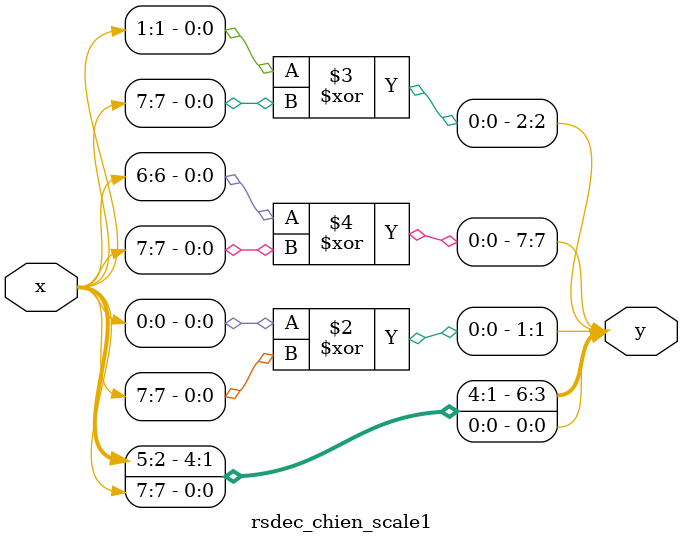
<source format=sv>
module rsdec_chien_scale1 (y, x);
	input [7:0] x;
	output [7:0] y;
	reg [7:0] y;

	always @ (x)
	begin
		y[0] = x[7];
		y[1] = x[0] ^ x[7];
		y[2] = x[1] ^ x[7];
		y[3] = x[2];
		y[4] = x[3];
		y[5] = x[4];
		y[6] = x[5];
		y[7] = x[6] ^ x[7];
	end
endmodule


</source>
